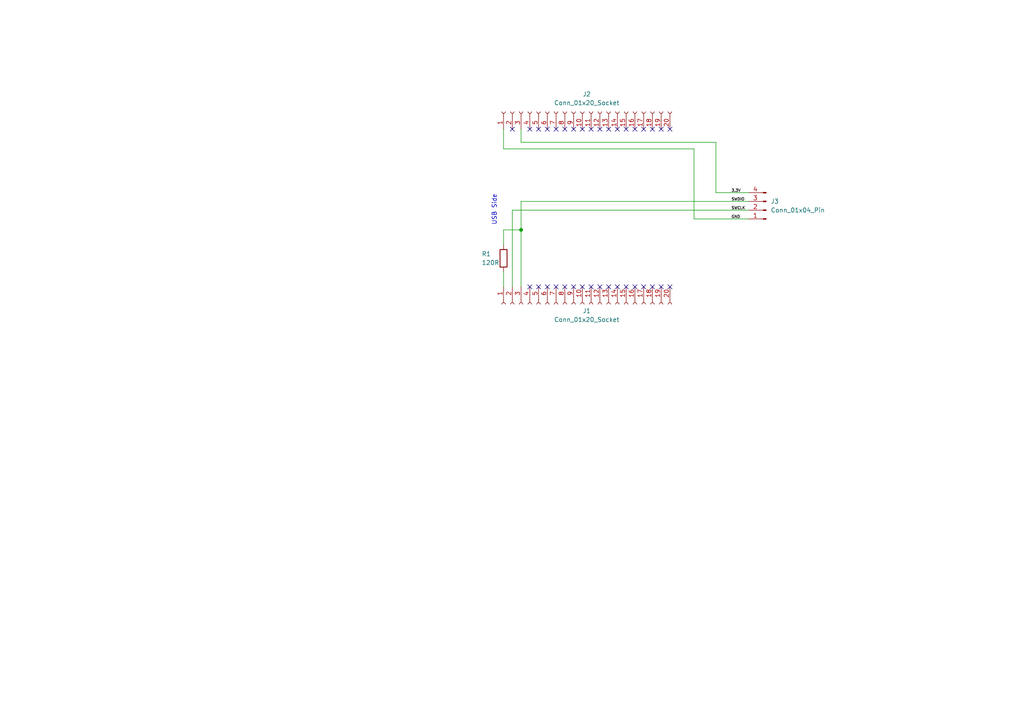
<source format=kicad_sch>
(kicad_sch (version 20230121) (generator eeschema)
  (paper "A4")
  (title_block (title "Pill Adaptor") (date "2023-08-13") (rev "1.0") (company "Pvv"))
  (lib_symbols
    (symbol "Connector:Conn_01x04_Pin" (pin_names (offset 1.016) hide)
      (property "Reference" "J" (at 0 5.08 0))
      (property "Value" "Conn_01x04_Pin" (at 0 -7.62 0))
      (symbol "Conn_01x04_Pin_1_1"
        (polyline (pts (xy 1.27 -5.08) (xy 0.8636 -5.08)) (stroke (width 0.1524)))
        (polyline (pts (xy 1.27 -2.54) (xy 0.8636 -2.54)) (stroke (width 0.1524)))
        (polyline (pts (xy 1.27 0) (xy 0.8636 0)) (stroke (width 0.1524)))
        (polyline (pts (xy 1.27 2.54) (xy 0.8636 2.54)) (stroke (width 0.1524)))
        (rectangle (start 0.8636 -4.953) (end 0 -5.207) (stroke (width 0.1524)) (fill (type outline)))
        (rectangle (start 0.8636 -2.413) (end 0 -2.667) (stroke (width 0.1524)) (fill (type outline)))
        (rectangle (start 0.8636 0.127) (end 0 -0.127) (stroke (width 0.1524)) (fill (type outline)))
        (rectangle (start 0.8636 2.667) (end 0 2.413) (stroke (width 0.1524)) (fill (type outline)))
        (pin passive line (at 5.08 2.54 180) (length 3.81) (name "Pin_1") (number "1"))
        (pin passive line (at 5.08 0 180) (length 3.81) (name "Pin_2") (number "2"))
        (pin passive line (at 5.08 -2.54 180) (length 3.81) (name "Pin_3") (number "3"))
        (pin passive line (at 5.08 -5.08 180) (length 3.81) (name "Pin_4") (number "4"))
      )
    )
    (symbol "Connector:Conn_01x20_Socket" (pin_names (offset 1.016) hide)
      (property "Reference" "J" (at 0 25.4 0))
      (property "Value" "Conn_01x20_Socket" (at 0 -27.94 0))
      (symbol "Conn_01x20_Socket_1_1"
        (arc (start 0 -24.892) (mid -0.5058 -25.4) (end 0 -25.908) (stroke (width 0.1524)))
        (arc (start 0 -22.352) (mid -0.5058 -22.86) (end 0 -23.368) (stroke (width 0.1524)))
        (arc (start 0 -19.812) (mid -0.5058 -20.32) (end 0 -20.828) (stroke (width 0.1524)))
        (arc (start 0 -17.272) (mid -0.5058 -17.78) (end 0 -18.288) (stroke (width 0.1524)))
        (arc (start 0 -14.732) (mid -0.5058 -15.24) (end 0 -15.748) (stroke (width 0.1524)))
        (arc (start 0 -12.192) (mid -0.5058 -12.7) (end 0 -13.208) (stroke (width 0.1524)))
        (arc (start 0 -9.652) (mid -0.5058 -10.16) (end 0 -10.668) (stroke (width 0.1524)))
        (arc (start 0 -7.112) (mid -0.5058 -7.62) (end 0 -8.128) (stroke (width 0.1524)))
        (arc (start 0 -4.572) (mid -0.5058 -5.08) (end 0 -5.588) (stroke (width 0.1524)))
        (arc (start 0 -2.032) (mid -0.5058 -2.54) (end 0 -3.048) (stroke (width 0.1524)))
        (polyline (pts (xy -1.27 -25.4) (xy -0.508 -25.4)) (stroke (width 0.1524)))
        (polyline (pts (xy -1.27 -22.86) (xy -0.508 -22.86)) (stroke (width 0.1524)))
        (polyline (pts (xy -1.27 -20.32) (xy -0.508 -20.32)) (stroke (width 0.1524)))
        (polyline (pts (xy -1.27 -17.78) (xy -0.508 -17.78)) (stroke (width 0.1524)))
        (polyline (pts (xy -1.27 -15.24) (xy -0.508 -15.24)) (stroke (width 0.1524)))
        (polyline (pts (xy -1.27 -12.7) (xy -0.508 -12.7)) (stroke (width 0.1524)))
        (polyline (pts (xy -1.27 -10.16) (xy -0.508 -10.16)) (stroke (width 0.1524)))
        (polyline (pts (xy -1.27 -7.62) (xy -0.508 -7.62)) (stroke (width 0.1524)))
        (polyline (pts (xy -1.27 -5.08) (xy -0.508 -5.08)) (stroke (width 0.1524)))
        (polyline (pts (xy -1.27 -2.54) (xy -0.508 -2.54)) (stroke (width 0.1524)))
        (polyline (pts (xy -1.27 0) (xy -0.508 0)) (stroke (width 0.1524)))
        (polyline (pts (xy -1.27 2.54) (xy -0.508 2.54)) (stroke (width 0.1524)))
        (polyline (pts (xy -1.27 5.08) (xy -0.508 5.08)) (stroke (width 0.1524)))
        (polyline (pts (xy -1.27 7.62) (xy -0.508 7.62)) (stroke (width 0.1524)))
        (polyline (pts (xy -1.27 10.16) (xy -0.508 10.16)) (stroke (width 0.1524)))
        (polyline (pts (xy -1.27 12.7) (xy -0.508 12.7)) (stroke (width 0.1524)))
        (polyline (pts (xy -1.27 15.24) (xy -0.508 15.24)) (stroke (width 0.1524)))
        (polyline (pts (xy -1.27 17.78) (xy -0.508 17.78)) (stroke (width 0.1524)))
        (polyline (pts (xy -1.27 20.32) (xy -0.508 20.32)) (stroke (width 0.1524)))
        (polyline (pts (xy -1.27 22.86) (xy -0.508 22.86)) (stroke (width 0.1524)))
        (arc (start 0 0.508) (mid -0.5058 0) (end 0 -0.508) (stroke (width 0.1524)))
        (arc (start 0 3.048) (mid -0.5058 2.54) (end 0 2.032) (stroke (width 0.1524)))
        (arc (start 0 5.588) (mid -0.5058 5.08) (end 0 4.572) (stroke (width 0.1524)))
        (arc (start 0 8.128) (mid -0.5058 7.62) (end 0 7.112) (stroke (width 0.1524)))
        (arc (start 0 10.668) (mid -0.5058 10.16) (end 0 9.652) (stroke (width 0.1524)))
        (arc (start 0 13.208) (mid -0.5058 12.7) (end 0 12.192) (stroke (width 0.1524)))
        (arc (start 0 15.748) (mid -0.5058 15.24) (end 0 14.732) (stroke (width 0.1524)))
        (arc (start 0 18.288) (mid -0.5058 17.78) (end 0 17.272) (stroke (width 0.1524)))
        (arc (start 0 20.828) (mid -0.5058 20.32) (end 0 19.812) (stroke (width 0.1524)))
        (arc (start 0 23.368) (mid -0.5058 22.86) (end 0 22.352) (stroke (width 0.1524)))
        (pin passive line (at -5.08 22.86 0) (length 3.81) (name "Pin_1") (number "1"))
        (pin passive line (at -5.08 0 0) (length 3.81) (name "Pin_10") (number "10"))
        (pin passive line (at -5.08 -2.54 0) (length 3.81) (name "Pin_11") (number "11"))
        (pin passive line (at -5.08 -5.08 0) (length 3.81) (name "Pin_12") (number "12"))
        (pin passive line (at -5.08 -7.62 0) (length 3.81) (name "Pin_13") (number "13"))
        (pin passive line (at -5.08 -10.16 0) (length 3.81) (name "Pin_14") (number "14"))
        (pin passive line (at -5.08 -12.7 0) (length 3.81) (name "Pin_15") (number "15"))
        (pin passive line (at -5.08 -15.24 0) (length 3.81) (name "Pin_16") (number "16"))
        (pin passive line (at -5.08 -17.78 0) (length 3.81) (name "Pin_17") (number "17"))
        (pin passive line (at -5.08 -20.32 0) (length 3.81) (name "Pin_18") (number "18"))
        (pin passive line (at -5.08 -22.86 0) (length 3.81) (name "Pin_19") (number "19"))
        (pin passive line (at -5.08 20.32 0) (length 3.81) (name "Pin_2") (number "2"))
        (pin passive line (at -5.08 -25.4 0) (length 3.81) (name "Pin_20") (number "20"))
        (pin passive line (at -5.08 17.78 0) (length 3.81) (name "Pin_3") (number "3"))
        (pin passive line (at -5.08 15.24 0) (length 3.81) (name "Pin_4") (number "4"))
        (pin passive line (at -5.08 12.7 0) (length 3.81) (name "Pin_5") (number "5"))
        (pin passive line (at -5.08 10.16 0) (length 3.81) (name "Pin_6") (number "6"))
        (pin passive line (at -5.08 7.62 0) (length 3.81) (name "Pin_7") (number "7"))
        (pin passive line (at -5.08 5.08 0) (length 3.81) (name "Pin_8") (number "8"))
        (pin passive line (at -5.08 2.54 0) (length 3.81) (name "Pin_9") (number "9"))
      )
    )
    (symbol "Device:R" (pin_numbers hide) (pin_names (offset 0))
      (property "Reference" "R" (at 2.032 0 90))
      (property "Value" "R" (at 0 0 90))
      (symbol "R_0_1"
        (rectangle (start -1.016 -2.54) (end 1.016 2.54) (stroke (width 0.254)))
      )
      (symbol "R_1_1"
        (pin passive line (at 0 3.81 270) (length 1.27) (name "~") (number "1"))
        (pin passive line (at 0 -3.81 90) (length 1.27) (name "~") (number "2"))
      )
    )
  )
  (junction (at 151.13 66.675))
  (no_connect (at 158.75 37.465))
  (no_connect (at 181.61 83.185))
  (no_connect (at 166.37 37.465))
  (no_connect (at 184.15 37.465))
  (no_connect (at 166.37 83.185))
  (no_connect (at 153.67 83.185))
  (no_connect (at 184.15 83.185))
  (no_connect (at 181.61 37.465))
  (no_connect (at 171.45 37.465))
  (no_connect (at 186.69 83.185))
  (no_connect (at 173.99 83.185))
  (no_connect (at 194.31 37.465))
  (no_connect (at 179.07 83.185))
  (no_connect (at 176.53 83.185))
  (no_connect (at 191.77 83.185))
  (no_connect (at 168.91 37.465))
  (no_connect (at 148.59 37.465))
  (no_connect (at 191.77 37.465))
  (no_connect (at 161.29 83.185))
  (no_connect (at 194.31 83.185))
  (no_connect (at 168.91 83.185))
  (no_connect (at 189.23 37.465))
  (no_connect (at 163.83 37.465))
  (no_connect (at 176.53 37.465))
  (no_connect (at 179.07 37.465))
  (no_connect (at 161.29 37.465))
  (no_connect (at 156.21 37.465))
  (no_connect (at 156.21 83.185))
  (no_connect (at 153.67 37.465))
  (no_connect (at 163.83 83.185))
  (no_connect (at 171.45 83.185))
  (no_connect (at 173.99 37.465))
  (no_connect (at 189.23 83.185))
  (no_connect (at 158.75 83.185))
  (no_connect (at 186.69 37.465))
  (wire (pts (xy 148.59 60.96) (xy 148.59 83.185)))
  (wire (pts (xy 146.05 71.12) (xy 146.05 66.675)))
  (wire (pts (xy 151.13 83.185) (xy 151.13 66.675)))
  (wire (pts (xy 151.13 41.275) (xy 207.645 41.275)))
  (wire (pts (xy 146.05 37.465) (xy 146.05 43.18)))
  (wire (pts (xy 146.05 66.675) (xy 151.13 66.675)))
  (wire (pts (xy 146.05 43.18) (xy 201.295 43.18)))
  (wire (pts (xy 151.13 37.465) (xy 151.13 41.275)))
  (wire (pts (xy 207.645 41.275) (xy 207.645 55.88)))
  (wire (pts (xy 201.295 43.18) (xy 201.295 63.5)))
  (wire (pts (xy 146.05 78.74) (xy 146.05 83.185)))
  (wire (pts (xy 207.645 55.88) (xy 217.17 55.88)))
  (wire (pts (xy 151.13 58.42) (xy 151.13 66.675)))
  (wire (pts (xy 151.13 58.42) (xy 217.17 58.42)))
  (wire (pts (xy 148.59 60.96) (xy 217.17 60.96)))
  (wire (pts (xy 201.295 63.5) (xy 217.17 63.5)))
  (text "USB Side" (at 144.145 65.405 90) (effects (font (size 1.27 1.27)) (justify left bottom)))
  (label "GND" (at 212.09 63.5 0) (effects (font (size 0.8 0.8))))
  (label "SWDIO" (at 212.09 58.42 0) (effects (font (size 0.8 0.8))))
  (label "SWCLK" (at 212.09 60.96 0) (effects (font (size 0.8 0.8))))
  (label "3.3V" (at 212.09 55.88 0) (effects (font (size 0.8 0.8))))
  (symbol (lib_id "Device:R") (at 146.05 74.93 0) (unit 1)
    (property "Reference" "R1" (at 139.7 73.66 0) (effects (justify left)))
    (property "Value" "120R" (at 139.7 76.2 0) (effects (justify left)))
    (property "Footprint" "Resistor_THT:R_Axial_DIN0204_L3.6mm_D1.6mm_P5.08mm_Horizontal" (effects hide))
  )
  (symbol (lib_id "Connector:Conn_01x20_Socket") (at 168.91 32.385 90) (unit 1)
    (property "Reference" "J2" (at 170.18 27.305 90))
    (property "Value" "Conn_01x20_Socket" (at 170.18 29.845 90))
    (property "Footprint" "Connector_PinSocket_2.54mm:PinSocket_1x20_P2.54mm_Vertical" (effects hide))
  )
  (symbol (lib_id "Connector:Conn_01x04_Pin") (at 222.25 60.96 180) (unit 1)
    (property "Reference" "J3" (at 223.52 58.42 0) (effects (justify right)))
    (property "Value" "Conn_01x04_Pin" (at 223.52 60.96 0) (effects (justify right)))
    (property "Footprint" "Connector_PinHeader_2.54mm:PinHeader_1x04_P2.54mm_Horizontal" (effects hide))
  )
  (symbol (lib_id "Connector:Conn_01x20_Socket") (at 168.91 88.265 90) (mirror x) (unit 1)
    (property "Reference" "J1" (at 170.18 90.17 90))
    (property "Value" "Conn_01x20_Socket" (at 170.18 92.71 90))
    (property "Footprint" "Connector_PinSocket_2.54mm:PinSocket_1x20_P2.54mm_Vertical" (effects hide))
  )
)
</source>
